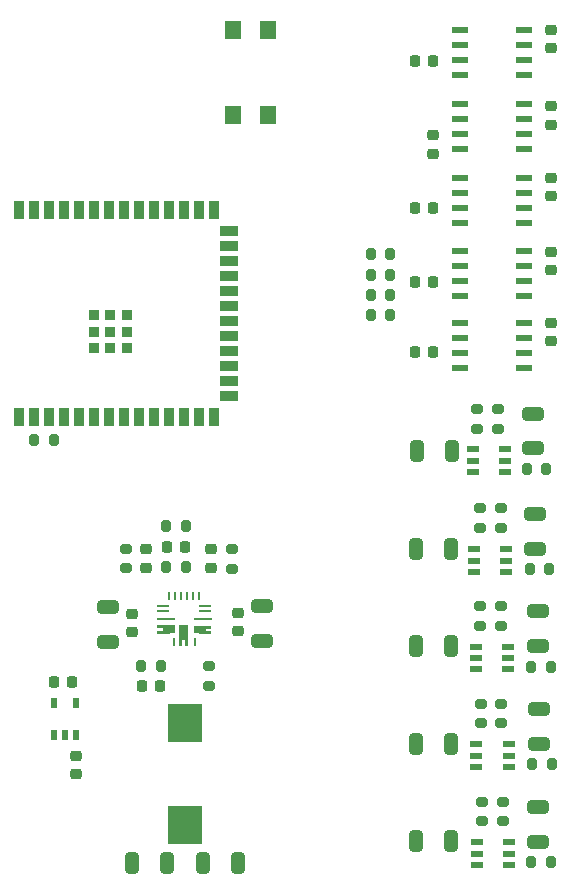
<source format=gtp>
%TF.GenerationSoftware,KiCad,Pcbnew,7.0.7*%
%TF.CreationDate,2024-02-09T10:04:47-05:00*%
%TF.ProjectId,control-module-pcb,636f6e74-726f-46c2-9d6d-6f64756c652d,rev?*%
%TF.SameCoordinates,Original*%
%TF.FileFunction,Paste,Top*%
%TF.FilePolarity,Positive*%
%FSLAX46Y46*%
G04 Gerber Fmt 4.6, Leading zero omitted, Abs format (unit mm)*
G04 Created by KiCad (PCBNEW 7.0.7) date 2024-02-09 10:04:47*
%MOMM*%
%LPD*%
G01*
G04 APERTURE LIST*
G04 Aperture macros list*
%AMRoundRect*
0 Rectangle with rounded corners*
0 $1 Rounding radius*
0 $2 $3 $4 $5 $6 $7 $8 $9 X,Y pos of 4 corners*
0 Add a 4 corners polygon primitive as box body*
4,1,4,$2,$3,$4,$5,$6,$7,$8,$9,$2,$3,0*
0 Add four circle primitives for the rounded corners*
1,1,$1+$1,$2,$3*
1,1,$1+$1,$4,$5*
1,1,$1+$1,$6,$7*
1,1,$1+$1,$8,$9*
0 Add four rect primitives between the rounded corners*
20,1,$1+$1,$2,$3,$4,$5,0*
20,1,$1+$1,$4,$5,$6,$7,0*
20,1,$1+$1,$6,$7,$8,$9,0*
20,1,$1+$1,$8,$9,$2,$3,0*%
%AMFreePoly0*
4,1,12,0.749300,-0.127000,0.749100,-0.525126,0.343100,-0.525126,0.251100,-0.627126,-0.749100,-0.627126,-0.749100,-0.373126,-0.249100,-0.373126,-0.249300,-0.127000,-0.749300,-0.127000,-0.749300,0.127000,0.749300,0.127000,0.749300,-0.127000,0.749300,-0.127000,$1*%
%AMFreePoly1*
4,1,11,1.425001,0.126937,1.425001,-0.627063,0.355600,-0.627126,-0.355600,-0.627126,-0.355600,-0.373126,0.150400,-0.373126,0.150400,-0.127000,-0.355600,-0.127000,-0.355600,0.127000,0.355600,0.127000,1.425001,0.126937,1.425001,0.126937,$1*%
%AMFreePoly2*
4,1,12,0.546300,0.373126,0.046300,0.373126,0.046100,0.127000,0.546100,0.127000,0.546100,-0.127000,-0.454100,-0.127000,-0.546100,-0.025000,-0.952100,-0.025000,-0.952300,0.373126,-0.952300,0.627126,0.546300,0.627126,0.546300,0.373126,0.546300,0.373126,$1*%
G04 Aperture macros list end*
%ADD10RoundRect,0.225000X0.225000X0.250000X-0.225000X0.250000X-0.225000X-0.250000X0.225000X-0.250000X0*%
%ADD11RoundRect,0.200000X0.275000X-0.200000X0.275000X0.200000X-0.275000X0.200000X-0.275000X-0.200000X0*%
%ADD12RoundRect,0.200000X-0.200000X-0.275000X0.200000X-0.275000X0.200000X0.275000X-0.200000X0.275000X0*%
%ADD13R,1.460500X0.558800*%
%ADD14RoundRect,0.200000X-0.275000X0.200000X-0.275000X-0.200000X0.275000X-0.200000X0.275000X0.200000X0*%
%ADD15RoundRect,0.250000X0.325000X0.650000X-0.325000X0.650000X-0.325000X-0.650000X0.325000X-0.650000X0*%
%ADD16RoundRect,0.225000X-0.225000X-0.250000X0.225000X-0.250000X0.225000X0.250000X-0.225000X0.250000X0*%
%ADD17R,0.558800X0.952500*%
%ADD18RoundRect,0.225000X0.250000X-0.225000X0.250000X0.225000X-0.250000X0.225000X-0.250000X-0.225000X0*%
%ADD19R,2.997200X3.200400*%
%ADD20RoundRect,0.200000X0.200000X0.275000X-0.200000X0.275000X-0.200000X-0.275000X0.200000X-0.275000X0*%
%ADD21RoundRect,0.250000X-0.325000X-0.650000X0.325000X-0.650000X0.325000X0.650000X-0.325000X0.650000X0*%
%ADD22RoundRect,0.250000X0.650000X-0.325000X0.650000X0.325000X-0.650000X0.325000X-0.650000X-0.325000X0*%
%ADD23R,0.977900X0.558800*%
%ADD24R,1.092200X0.254000*%
%ADD25R,1.498600X0.254000*%
%ADD26FreePoly0,0.000000*%
%ADD27R,0.127000X0.127000*%
%ADD28R,0.254000X0.711200*%
%ADD29FreePoly1,90.000000*%
%ADD30FreePoly2,0.000000*%
%ADD31RoundRect,0.250000X-0.650000X0.325000X-0.650000X-0.325000X0.650000X-0.325000X0.650000X0.325000X0*%
%ADD32R,1.400000X1.600000*%
%ADD33RoundRect,0.225000X-0.250000X0.225000X-0.250000X-0.225000X0.250000X-0.225000X0.250000X0.225000X0*%
%ADD34R,0.900000X1.500000*%
%ADD35R,1.500000X0.900000*%
%ADD36R,0.900000X0.900000*%
G04 APERTURE END LIST*
D10*
%TO.C,C4*%
X155135662Y-113629416D03*
X153585662Y-113629416D03*
%TD*%
D11*
%TO.C,R3*%
X152263009Y-103646135D03*
X152263009Y-101996135D03*
%TD*%
D12*
%TO.C,R6*%
X155657159Y-103553860D03*
X157307159Y-103553860D03*
%TD*%
%TO.C,R24*%
X172975000Y-78800000D03*
X174625000Y-78800000D03*
%TD*%
D13*
%TO.C,U13*%
X180500000Y-82865000D03*
X180500000Y-84135000D03*
X180500000Y-85405000D03*
X180500000Y-86675000D03*
X185948300Y-86675000D03*
X185948300Y-85405000D03*
X185948300Y-84135000D03*
X185948300Y-82865000D03*
%TD*%
D14*
%TO.C,R15*%
X182224150Y-106845001D03*
X182224150Y-108495001D03*
%TD*%
D15*
%TO.C,C7*%
X176859999Y-93690000D03*
X179809999Y-93690000D03*
%TD*%
D13*
%TO.C,U11*%
X180500000Y-70615000D03*
X180500000Y-71885000D03*
X180500000Y-73155000D03*
X180500000Y-74425000D03*
X185948300Y-74425000D03*
X185948300Y-73155000D03*
X185948300Y-71885000D03*
X185948300Y-70615000D03*
%TD*%
D16*
%TO.C,C17*%
X176699150Y-60670000D03*
X178249150Y-60670000D03*
%TD*%
D12*
%TO.C,R20*%
X186543650Y-128545002D03*
X188193650Y-128545002D03*
%TD*%
D15*
%TO.C,C11*%
X179725000Y-110250000D03*
X176775000Y-110250000D03*
%TD*%
D17*
%TO.C,U3*%
X146160200Y-117777950D03*
X147100000Y-117777950D03*
X148039800Y-117777950D03*
X148039800Y-115022050D03*
X146160200Y-115022050D03*
%TD*%
D18*
%TO.C,C20*%
X188198300Y-66070000D03*
X188198300Y-64520000D03*
%TD*%
D19*
%TO.C,L1*%
X157250000Y-125360600D03*
X157250000Y-116750000D03*
%TD*%
D14*
%TO.C,R1*%
X159250000Y-111949689D03*
X159250000Y-113599689D03*
%TD*%
%TO.C,R12*%
X182224150Y-98545001D03*
X182224150Y-100195001D03*
%TD*%
D11*
%TO.C,R22*%
X184174150Y-125070001D03*
X184174150Y-123420001D03*
%TD*%
D18*
%TO.C,C19*%
X178250000Y-68525000D03*
X178250000Y-66975000D03*
%TD*%
D12*
%TO.C,R4*%
X153527131Y-111949563D03*
X155177131Y-111949563D03*
%TD*%
D11*
%TO.C,R16*%
X183974150Y-108495001D03*
X183974150Y-106845001D03*
%TD*%
D20*
%TO.C,R5*%
X157313994Y-100065209D03*
X155663994Y-100065209D03*
%TD*%
D14*
%TO.C,R9*%
X181975000Y-90195000D03*
X181975000Y-91845000D03*
%TD*%
D18*
%TO.C,C3*%
X153978133Y-103599689D03*
X153978133Y-102049689D03*
%TD*%
D21*
%TO.C,C2B1*%
X158778133Y-128599689D03*
X161728133Y-128599689D03*
%TD*%
D12*
%TO.C,R8*%
X186175000Y-95270000D03*
X187825000Y-95270000D03*
%TD*%
D16*
%TO.C,C2*%
X146125000Y-113277950D03*
X147675000Y-113277950D03*
%TD*%
D20*
%TO.C,R23*%
X174625000Y-77075000D03*
X172975000Y-77075000D03*
%TD*%
D12*
%TO.C,R17*%
X186624150Y-120245001D03*
X188274150Y-120245001D03*
%TD*%
D22*
%TO.C,C12*%
X187100000Y-110245001D03*
X187100000Y-107295001D03*
%TD*%
D12*
%TO.C,R2*%
X144475000Y-92800000D03*
X146125000Y-92800000D03*
%TD*%
D23*
%TO.C,U8*%
X181943650Y-126845001D03*
X181943650Y-127795002D03*
X181943650Y-128745003D03*
X184674150Y-128745003D03*
X184674150Y-127795002D03*
X184674150Y-126845001D03*
%TD*%
D16*
%TO.C,C21*%
X176699150Y-73170000D03*
X178249150Y-73170000D03*
%TD*%
D18*
%TO.C,C18*%
X188224150Y-59615000D03*
X188224150Y-58065000D03*
%TD*%
D24*
%TO.C,U2*%
X155423129Y-106799311D03*
X155423129Y-107299437D03*
D25*
X155626129Y-107949563D03*
D26*
X155626129Y-108599689D03*
D27*
X155423129Y-109099815D03*
D28*
X156276942Y-109899564D03*
D29*
X156927068Y-109899564D03*
D27*
X157427194Y-109899564D03*
D28*
X158077320Y-109899564D03*
D30*
X158931133Y-109099815D03*
D27*
X158728133Y-108599689D03*
D25*
X158728133Y-107949563D03*
D24*
X158931133Y-107299437D03*
X158931133Y-106799311D03*
D28*
X158427446Y-105999562D03*
X157927320Y-105999562D03*
X157427194Y-105999562D03*
X156927068Y-105999562D03*
X156426942Y-105999562D03*
X155926816Y-105999562D03*
%TD*%
D31*
%TO.C,C1B1*%
X163750000Y-106855300D03*
X163750000Y-109805300D03*
%TD*%
D18*
%TO.C,C6*%
X159478133Y-103599689D03*
X159478133Y-102049689D03*
%TD*%
%TO.C,C26*%
X188198300Y-84405000D03*
X188198300Y-82855000D03*
%TD*%
D23*
%TO.C,U5*%
X181724150Y-102045000D03*
X181724150Y-102995001D03*
X181724150Y-103945002D03*
X184454650Y-103945002D03*
X184454650Y-102995001D03*
X184454650Y-102045000D03*
%TD*%
D13*
%TO.C,U12*%
X180500000Y-76750000D03*
X180500000Y-78020000D03*
X180500000Y-79290000D03*
X180500000Y-80560000D03*
X185948300Y-80560000D03*
X185948300Y-79290000D03*
X185948300Y-78020000D03*
X185948300Y-76750000D03*
%TD*%
D32*
%TO.C,SW1*%
X164300000Y-58100000D03*
X164300000Y-65300000D03*
X161300000Y-58100000D03*
X161300000Y-65300000D03*
%TD*%
D23*
%TO.C,U7*%
X181908900Y-118545000D03*
X181908900Y-119495001D03*
X181908900Y-120445002D03*
X184639400Y-120445002D03*
X184639400Y-119495001D03*
X184639400Y-118545000D03*
%TD*%
D15*
%TO.C,C2A1*%
X155728133Y-128599689D03*
X152778133Y-128599689D03*
%TD*%
D33*
%TO.C,C1D1*%
X161750000Y-107405426D03*
X161750000Y-108955426D03*
%TD*%
D15*
%TO.C,C9*%
X176805000Y-102000000D03*
X179755000Y-102000000D03*
%TD*%
D16*
%TO.C,C23*%
X176724150Y-79370000D03*
X178274150Y-79370000D03*
%TD*%
D18*
%TO.C,C24*%
X188224150Y-78405000D03*
X188224150Y-76855000D03*
%TD*%
D22*
%TO.C,C14*%
X187200000Y-118500000D03*
X187200000Y-115550000D03*
%TD*%
%TO.C,C8*%
X186700000Y-93495001D03*
X186700000Y-90545001D03*
%TD*%
D13*
%TO.C,U10*%
X185948300Y-64365000D03*
X185948300Y-65635000D03*
X185948300Y-66905000D03*
X185948300Y-68175000D03*
X180500000Y-68175000D03*
X180500000Y-66905000D03*
X180500000Y-65635000D03*
X180500000Y-64365000D03*
%TD*%
D11*
%TO.C,R7*%
X161215733Y-103662244D03*
X161215733Y-102012244D03*
%TD*%
D23*
%TO.C,U4*%
X184340250Y-93569999D03*
X184340250Y-94520000D03*
X184340250Y-95470001D03*
X181609750Y-95470001D03*
X181609750Y-94520000D03*
X181609750Y-93569999D03*
%TD*%
D12*
%TO.C,R26*%
X172950000Y-82200000D03*
X174600000Y-82200000D03*
%TD*%
D20*
%TO.C,R25*%
X174600000Y-80500000D03*
X172950000Y-80500000D03*
%TD*%
D10*
%TO.C,C5*%
X157250000Y-101805300D03*
X155700000Y-101805300D03*
%TD*%
D14*
%TO.C,R21*%
X182424150Y-123420001D03*
X182424150Y-125070001D03*
%TD*%
D33*
%TO.C,C1*%
X148000000Y-119500000D03*
X148000000Y-121050000D03*
%TD*%
D34*
%TO.C,U1*%
X143180000Y-90850000D03*
X144450000Y-90850000D03*
X145720000Y-90850000D03*
X146990000Y-90850000D03*
X148260000Y-90850000D03*
X149530000Y-90850000D03*
X150800000Y-90850000D03*
X152070000Y-90850000D03*
X153340000Y-90850000D03*
X154610000Y-90850000D03*
X155880000Y-90850000D03*
X157150000Y-90850000D03*
X158420000Y-90850000D03*
X159690000Y-90850000D03*
D35*
X160940000Y-89085000D03*
X160940000Y-87815000D03*
X160940000Y-86545000D03*
X160940000Y-85275000D03*
X160940000Y-84005000D03*
X160940000Y-82735000D03*
X160940000Y-81465000D03*
X160940000Y-80195000D03*
X160940000Y-78925000D03*
X160940000Y-77655000D03*
X160940000Y-76385000D03*
X160940000Y-75115000D03*
D34*
X159690000Y-73350000D03*
X158420000Y-73350000D03*
X157150000Y-73350000D03*
X155880000Y-73350000D03*
X154610000Y-73350000D03*
X153340000Y-73350000D03*
X152070000Y-73350000D03*
X150800000Y-73350000D03*
X149530000Y-73350000D03*
X148260000Y-73350000D03*
X146990000Y-73350000D03*
X145720000Y-73350000D03*
X144450000Y-73350000D03*
X143180000Y-73350000D03*
D36*
X149500000Y-85000000D03*
X150900000Y-85000000D03*
X152300000Y-85000000D03*
X152300000Y-85000000D03*
X149500000Y-83600000D03*
X149500000Y-83600000D03*
X150900000Y-83600000D03*
X152300000Y-83600000D03*
X149500000Y-82200000D03*
X150900000Y-82200000D03*
X152300000Y-82200000D03*
%TD*%
D33*
%TO.C,C1C1*%
X152750000Y-107505300D03*
X152750000Y-109055300D03*
%TD*%
D14*
%TO.C,R18*%
X182274150Y-115095001D03*
X182274150Y-116745001D03*
%TD*%
D11*
%TO.C,R10*%
X183725000Y-91845000D03*
X183725000Y-90195000D03*
%TD*%
D16*
%TO.C,C25*%
X176724150Y-85370000D03*
X178274150Y-85370000D03*
%TD*%
D18*
%TO.C,C22*%
X188198300Y-72145000D03*
X188198300Y-70595000D03*
%TD*%
D11*
%TO.C,R19*%
X184024150Y-116745001D03*
X184024150Y-115095001D03*
%TD*%
D13*
%TO.C,U9*%
X180525850Y-58095000D03*
X180525850Y-59365000D03*
X180525850Y-60635000D03*
X180525850Y-61905000D03*
X185974150Y-61905000D03*
X185974150Y-60635000D03*
X185974150Y-59365000D03*
X185974150Y-58095000D03*
%TD*%
D15*
%TO.C,C15*%
X176800000Y-126750000D03*
X179750000Y-126750000D03*
%TD*%
D12*
%TO.C,R14*%
X186574150Y-111995001D03*
X188224150Y-111995001D03*
%TD*%
D15*
%TO.C,C13*%
X179725000Y-118500000D03*
X176775000Y-118500000D03*
%TD*%
D23*
%TO.C,U6*%
X181858900Y-110295000D03*
X181858900Y-111245001D03*
X181858900Y-112195002D03*
X184589400Y-112195002D03*
X184589400Y-111245001D03*
X184589400Y-110295000D03*
%TD*%
D22*
%TO.C,C16*%
X187100000Y-126820001D03*
X187100000Y-123870001D03*
%TD*%
D11*
%TO.C,R13*%
X183974150Y-100195001D03*
X183974150Y-98545001D03*
%TD*%
D31*
%TO.C,C1A1*%
X150698998Y-106955174D03*
X150698998Y-109905174D03*
%TD*%
D22*
%TO.C,C10*%
X186900000Y-102000000D03*
X186900000Y-99050000D03*
%TD*%
D12*
%TO.C,R11*%
X186439400Y-103695001D03*
X188089400Y-103695001D03*
%TD*%
M02*

</source>
